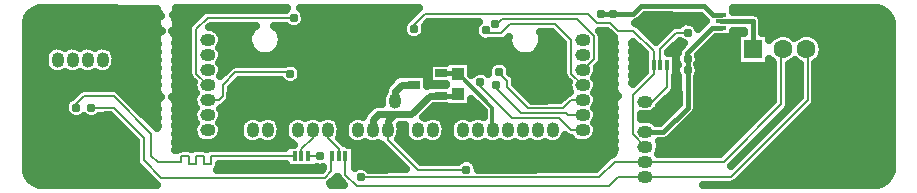
<source format=gbr>
G04 DipTrace 2.4.0.2*
%INBottom.gbr*%
%MOIN*%
%ADD15C,0.0079*%
%ADD16C,0.0157*%
%ADD17C,0.0236*%
%ADD19C,0.0118*%
%ADD20C,0.025*%
%ADD23R,0.0394X0.0433*%
%ADD26C,0.0886*%
%ADD27R,0.063X0.063*%
%ADD28C,0.063*%
%ADD29C,0.1378*%
%ADD33C,0.0492*%
%ADD34C,0.061*%
%ADD36O,0.0512X0.0416*%
%ADD37O,0.0416X0.0512*%
%ADD40R,0.016X0.032*%
%ADD41R,0.032X0.016*%
%ADD45R,0.0413X0.0256*%
%ADD46C,0.031*%
%FSLAX44Y44*%
G04*
G70*
G90*
G75*
G01*
%LNBottom*%
%LPD*%
X16318Y6068D2*
D15*
Y5755D1*
X17318Y4755D1*
X18943D1*
X24912Y7019D2*
X25144D1*
X25630Y7505D1*
Y8255D1*
X18115Y7213D2*
D16*
X18625D1*
X18681Y7269D1*
X16318Y6068D2*
D17*
Y6366D1*
X16546Y6593D1*
X17104D1*
X17723Y7213D1*
X18115D1*
X16546Y6593D2*
X15996D1*
X15820Y6418D1*
Y6070D1*
X15818Y6068D1*
X26318Y8443D2*
D16*
X26312Y8449D1*
Y8656D1*
X27129Y9473D1*
X27443D1*
X26318Y8068D2*
Y8443D1*
Y8068D2*
Y6818D1*
X25505Y6005D1*
X24926D1*
X24912Y6019D1*
X23443Y9943D2*
X23818D1*
X24506D1*
X24756Y10193D1*
X26881D1*
X27162Y9913D1*
X27443D1*
X11318Y6068D2*
D15*
Y6999D1*
X11665Y7346D1*
X11458Y8693D2*
X11661D1*
X11989Y8365D1*
X13371D1*
X14805Y6931D1*
Y6530D1*
Y6081D1*
X14818Y6068D1*
X21693Y8693D2*
Y7548D1*
X21483Y7337D1*
X11665Y7346D2*
X12040D1*
X12818Y6568D1*
Y6526D1*
Y6068D1*
Y6526D2*
X14805Y6530D1*
Y6931D2*
Y8725D1*
X14032Y9498D1*
X21693Y8693D2*
Y8505D1*
X14773D1*
X14032Y9498D1*
X13193Y9818D2*
X10318D1*
X9943Y9443D1*
Y7943D1*
X10318Y7568D1*
X13068Y7943D2*
Y7998D1*
X11248D1*
X10818Y7568D1*
Y7193D1*
X10693Y7068D1*
X10318D1*
X19913Y9622D2*
Y9537D1*
X20138Y9763D1*
X22623D1*
X23193Y9193D1*
Y8443D1*
X22818Y8068D1*
X19610Y9401D2*
Y9300D1*
X20105D1*
X20413Y9608D1*
X21903D1*
X22443Y9068D1*
Y7943D1*
X22818Y7568D1*
X20037Y8008D2*
X20011D1*
X20298Y7721D1*
Y7501D1*
X21005Y6794D1*
X22169D1*
X22443Y7068D1*
X22818D1*
X19922Y7570D2*
Y7464D1*
X20753Y6633D1*
X22253D1*
X22318Y6568D1*
X22818D1*
X19411Y7676D2*
Y7541D1*
X20472Y6479D1*
X22032D1*
X22443Y6068D1*
X22818D1*
X13663Y5193D2*
X14068D1*
X15425Y4493D2*
X23368D1*
X23894Y5019D1*
X24912D1*
X27519D1*
X29443Y6943D1*
Y8709D1*
X29492Y8758D1*
X28508D2*
D16*
Y9693D1*
X27443D1*
X5943Y6818D2*
D15*
Y6943D1*
X6193Y7193D1*
X7193D1*
X8443Y5943D1*
Y5218D1*
X8652Y5009D1*
X9441D1*
Y5193D1*
X9693D1*
Y4943D1*
X9943D1*
Y5193D1*
X10193D1*
Y4943D1*
X10443D1*
Y5193D1*
X13223D1*
X6443Y6818D2*
X7193D1*
X8193Y5818D1*
Y5060D1*
X8773Y4480D1*
X14230D1*
X14443Y4693D1*
Y5163D1*
X14473Y5193D1*
X17193Y9443D2*
Y9568D1*
X17568Y9943D1*
X22994D1*
X23289Y9648D1*
X23749D1*
X24008Y9388D1*
X24498D1*
X25190Y8695D1*
Y8255D1*
Y7940D1*
X24506Y7255D1*
Y5926D1*
X24912Y5519D1*
X18115Y7961D2*
D16*
X18658D1*
X18681Y7938D1*
D19*
X18683D1*
X19808Y6813D1*
Y6078D1*
X19818Y6068D1*
X14913Y5193D2*
D15*
Y4589D1*
X15309Y4193D1*
X23693D1*
X24007Y4507D1*
X24900D1*
X24912Y4519D1*
X27769D1*
X30318Y7068D1*
Y8719D1*
X30279Y8758D1*
X25410Y8255D2*
Y8785D1*
X25944Y9318D1*
X26318D1*
X16564Y7053D2*
D17*
Y7364D1*
X16786Y7587D1*
X17209D1*
X14318Y6068D2*
D15*
Y5818D1*
X14693Y5443D1*
Y5193D1*
X13818Y6068D2*
Y5818D1*
X13443Y5443D1*
Y5193D1*
D46*
X23818Y9943D3*
X23443D3*
X26318Y8443D3*
Y8068D3*
Y9318D3*
X14068Y5193D3*
X15425Y4493D3*
X17193Y9443D3*
X5943Y6818D3*
X6443D3*
X19913Y9622D3*
X19610Y9401D3*
X19411Y7676D3*
X19922Y7570D3*
X20037Y8008D3*
X18943Y4755D3*
X13193Y9818D3*
X13068Y7943D3*
X14032Y9498D3*
X4370Y9882D2*
D20*
X8718D1*
X9190D2*
X9984D1*
X13592D2*
X17109D1*
X24897D2*
X26738D1*
X28772D2*
X33019D1*
X4280Y9633D2*
X8605D1*
X9303D2*
X9734D1*
X13549D2*
X16839D1*
X17655D2*
X19284D1*
X24620D2*
X26081D1*
X26553D2*
X26835D1*
X28834D2*
X33105D1*
X4280Y9384D2*
X8722D1*
X9186D2*
X9656D1*
X10686D2*
X11730D1*
X12725D2*
X16792D1*
X17592D2*
X19206D1*
X24901D2*
X25613D1*
X27854D2*
X28179D1*
X28834D2*
X33105D1*
X4280Y9136D2*
X8609D1*
X9299D2*
X9656D1*
X10819D2*
X11644D1*
X12811D2*
X16945D1*
X17440D2*
X19312D1*
X21491D2*
X21976D1*
X23483D2*
X23831D1*
X25147D2*
X25363D1*
X27245D2*
X27945D1*
X30690D2*
X33105D1*
X4280Y8887D2*
X5214D1*
X5420D2*
X5714D1*
X5920D2*
X6214D1*
X6420D2*
X6714D1*
X6920D2*
X8609D1*
X9299D2*
X9656D1*
X10784D2*
X11679D1*
X12776D2*
X20363D1*
X21456D2*
X22156D1*
X23483D2*
X23835D1*
X25913D2*
X26092D1*
X26999D2*
X27945D1*
X30827D2*
X33105D1*
X4280Y8638D2*
X4898D1*
X7237D2*
X8616D1*
X9291D2*
X9656D1*
X10819D2*
X11866D1*
X12588D2*
X20550D1*
X21268D2*
X22156D1*
X23483D2*
X23839D1*
X24522D2*
X24851D1*
X26749D2*
X27945D1*
X30831D2*
X33105D1*
X4280Y8390D2*
X4859D1*
X7276D2*
X8624D1*
X9284D2*
X9656D1*
X10784D2*
X22156D1*
X23475D2*
X23843D1*
X24518D2*
X24863D1*
X26717D2*
X27945D1*
X30698D2*
X33105D1*
X4280Y8141D2*
X4925D1*
X7213D2*
X8632D1*
X9276D2*
X9656D1*
X10819D2*
X10991D1*
X13416D2*
X17659D1*
X19127D2*
X19656D1*
X20416D2*
X22156D1*
X23319D2*
X23851D1*
X24510D2*
X24863D1*
X26717D2*
X29156D1*
X29733D2*
X30031D1*
X30608D2*
X33105D1*
X4280Y7892D2*
X8624D1*
X9284D2*
X9659D1*
X13467D2*
X16605D1*
X20522D2*
X22159D1*
X23288D2*
X23859D1*
X24502D2*
X24745D1*
X26678D2*
X29156D1*
X29733D2*
X30031D1*
X30608D2*
X33105D1*
X4280Y7644D2*
X8613D1*
X9299D2*
X9820D1*
X11291D2*
X12808D1*
X13327D2*
X16335D1*
X20584D2*
X22320D1*
X23315D2*
X23851D1*
X26647D2*
X29156D1*
X29733D2*
X30031D1*
X30608D2*
X33105D1*
X4280Y7395D2*
X5999D1*
X7389D2*
X8609D1*
X9303D2*
X9847D1*
X11108D2*
X16199D1*
X20803D2*
X22347D1*
X23288D2*
X23843D1*
X25897D2*
X25991D1*
X26647D2*
X29156D1*
X29733D2*
X30031D1*
X30608D2*
X33105D1*
X4280Y7146D2*
X5726D1*
X7639D2*
X8718D1*
X9194D2*
X9820D1*
X11104D2*
X16109D1*
X21049D2*
X22124D1*
X23315D2*
X23898D1*
X25670D2*
X25991D1*
X26647D2*
X29156D1*
X29733D2*
X29999D1*
X30608D2*
X33105D1*
X4280Y6898D2*
X5546D1*
X7885D2*
X8605D1*
X9303D2*
X9847D1*
X10920D2*
X15812D1*
X19127D2*
X19296D1*
X23288D2*
X23835D1*
X25420D2*
X25945D1*
X26647D2*
X28999D1*
X30545D2*
X33105D1*
X4280Y6649D2*
X5577D1*
X8135D2*
X8605D1*
X9303D2*
X9820D1*
X10815D2*
X15542D1*
X17670D2*
X19499D1*
X23315D2*
X23831D1*
X25209D2*
X25695D1*
X26596D2*
X28749D1*
X30295D2*
X33105D1*
X4280Y6400D2*
X7214D1*
X8385D2*
X8609D1*
X9299D2*
X9847D1*
X10788D2*
X11468D1*
X12670D2*
X12968D1*
X14670D2*
X14968D1*
X18170D2*
X18468D1*
X23288D2*
X23831D1*
X25190D2*
X25445D1*
X26354D2*
X28503D1*
X30049D2*
X33105D1*
X4280Y6151D2*
X7460D1*
X9295D2*
X9820D1*
X10815D2*
X11363D1*
X12776D2*
X12863D1*
X14776D2*
X14863D1*
X16776D2*
X16863D1*
X18276D2*
X18363D1*
X23315D2*
X23835D1*
X26104D2*
X28253D1*
X29799D2*
X33105D1*
X4280Y5903D2*
X7710D1*
X9291D2*
X9847D1*
X10791D2*
X11378D1*
X12760D2*
X12878D1*
X14760D2*
X14878D1*
X16760D2*
X16878D1*
X18260D2*
X18378D1*
X23291D2*
X23839D1*
X25858D2*
X28003D1*
X29549D2*
X33105D1*
X4280Y5654D2*
X7906D1*
X9288D2*
X10120D1*
X10518D2*
X11562D1*
X12573D2*
X13062D1*
X14881D2*
X15062D1*
X16819D2*
X17062D1*
X18073D2*
X18562D1*
X22073D2*
X22620D1*
X23018D2*
X23847D1*
X25397D2*
X27757D1*
X29303D2*
X33105D1*
X4280Y5405D2*
X7906D1*
X15241D2*
X16269D1*
X17065D2*
X23851D1*
X25401D2*
X27507D1*
X29053D2*
X33105D1*
X4280Y5157D2*
X7906D1*
X15241D2*
X16519D1*
X17315D2*
X23632D1*
X28803D2*
X33105D1*
X4280Y4908D2*
X7952D1*
X10729D2*
X12894D1*
X15241D2*
X16769D1*
X19315D2*
X23386D1*
X28557D2*
X33105D1*
X4295Y4659D2*
X8195D1*
X28307D2*
X33089D1*
X4432Y4411D2*
X8445D1*
X14557D2*
X14697D1*
X28057D2*
X32956D1*
X21454Y8963D2*
X21413Y8845D1*
X21347Y8739D1*
X21259Y8651D1*
X21153Y8584D1*
X21036Y8542D1*
X20912Y8527D1*
X20788Y8541D1*
X20670Y8581D1*
X20564Y8646D1*
X20475Y8734D1*
X20407Y8839D1*
X20365Y8956D1*
X20349Y9080D1*
X20360Y9184D1*
X20292Y9113D1*
X20183Y9048D1*
X20105Y9036D1*
X19706Y9033D1*
X19582Y9022D1*
X19461Y9052D1*
X19356Y9119D1*
X19279Y9216D1*
X19237Y9333D1*
X19235Y9458D1*
X19274Y9576D1*
X19352Y9678D1*
X17677Y9679D1*
X17553Y9555D1*
X17573Y9443D1*
X17552Y9320D1*
X17493Y9211D1*
X17402Y9126D1*
X17288Y9076D1*
X17164Y9064D1*
X17043Y9094D1*
X16939Y9161D1*
X16861Y9259D1*
X16819Y9376D1*
X16818Y9500D1*
X16856Y9618D1*
X16931Y9718D1*
X17045Y9791D1*
X17379Y10128D1*
X13416Y10126D1*
X13487Y10058D1*
X13549Y9950D1*
X13573Y9818D1*
X13552Y9695D1*
X13493Y9586D1*
X13402Y9501D1*
X13288Y9451D1*
X13164Y9439D1*
X13043Y9469D1*
X12927Y9551D1*
X12533Y9554D1*
X12657Y9445D1*
X12726Y9341D1*
X12770Y9224D1*
X12787Y9087D1*
X12773Y8963D1*
X12732Y8845D1*
X12666Y8739D1*
X12578Y8651D1*
X12472Y8584D1*
X12355Y8542D1*
X12231Y8527D1*
X12107Y8541D1*
X11989Y8581D1*
X11883Y8646D1*
X11794Y8734D1*
X11726Y8839D1*
X11684Y8956D1*
X11668Y9080D1*
X11681Y9204D1*
X11720Y9322D1*
X11785Y9429D1*
X11872Y9518D1*
X11927Y9554D1*
X10423D1*
X10375Y9502D1*
X10451Y9492D1*
X10569Y9450D1*
X10669Y9377D1*
X10744Y9277D1*
X10788Y9161D1*
X10799Y9068D1*
X10781Y8945D1*
X10715Y8817D1*
X10744Y8777D1*
X10788Y8661D1*
X10799Y8568D1*
X10781Y8445D1*
X10715Y8317D1*
X10744Y8277D1*
X10788Y8161D1*
X10799Y8068D1*
X10781Y7945D1*
X10746Y7871D1*
X11061Y8184D1*
X11170Y8250D1*
X11248Y8262D1*
X12861D1*
X12909Y8288D1*
X13029Y8321D1*
X13153Y8313D1*
X13268Y8265D1*
X13362Y8183D1*
X13424Y8075D1*
X13448Y7943D1*
X13427Y7820D1*
X13368Y7711D1*
X13277Y7626D1*
X13163Y7576D1*
X13039Y7564D1*
X12918Y7594D1*
X12814Y7661D1*
X12758Y7731D1*
X11443Y7734D1*
X11353D1*
X11084Y7460D1*
X11082Y7193D1*
X11050Y7070D1*
X11068Y7109D1*
X11005Y7006D1*
X10880Y6881D1*
X10769Y6815D1*
X10744Y6777D1*
X10788Y6661D1*
X10799Y6568D1*
X10781Y6445D1*
X10715Y6317D1*
X10744Y6277D1*
X10788Y6161D1*
X10799Y6068D1*
X10781Y5945D1*
X10728Y5832D1*
X10646Y5738D1*
X10540Y5672D1*
X10420Y5639D1*
X10366Y5635D1*
X10200Y5641D1*
X10081Y5679D1*
X9978Y5749D1*
X9899Y5845D1*
X9851Y5960D1*
X9838Y6084D1*
X9860Y6206D1*
X9919Y6320D1*
X9899Y6345D1*
X9851Y6460D1*
X9838Y6584D1*
X9860Y6706D1*
X9919Y6820D1*
X9899Y6845D1*
X9851Y6960D1*
X9838Y7084D1*
X9860Y7206D1*
X9919Y7320D1*
X9899Y7345D1*
X9851Y7460D1*
X9838Y7584D1*
X9852Y7664D1*
X9756Y7756D1*
X9691Y7865D1*
X9679Y7943D1*
Y9443D1*
X9709Y9566D1*
X9756Y9630D1*
X10131Y10005D1*
X10240Y10070D1*
X10318Y10082D1*
X12923D1*
X12979Y10126D1*
X9275Y10125D1*
X9255Y10025D1*
X9188Y9921D1*
X9152Y9896D1*
X9238Y9792D1*
X9277Y9674D1*
X9279Y9635D1*
X9255Y9513D1*
X9188Y9409D1*
X9127Y9366D1*
X9238Y9246D1*
X9277Y9128D1*
X9279Y9088D1*
X9249Y8957D1*
X9277Y8867D1*
X9279Y8827D1*
X9249Y8696D1*
X9279Y8554D1*
X9249Y8423D1*
X9279Y8281D1*
X9249Y8149D1*
X9279Y8008D1*
X9255Y7886D1*
X9240Y7863D1*
X9277Y7748D1*
X9279Y7709D1*
X9249Y7577D1*
X9279Y7436D1*
X9255Y7314D1*
X9188Y7210D1*
X9133Y7172D1*
X9158Y7154D1*
X9238Y7059D1*
X9277Y6941D1*
X9279Y6902D1*
X9249Y6770D1*
X9279Y6628D1*
X9249Y6497D1*
X9279Y6355D1*
X9249Y6224D1*
X9279Y6082D1*
X9249Y5950D1*
X9277Y5860D1*
X9279Y5820D1*
X9249Y5688D1*
X9279Y5547D1*
X9249Y5415D1*
X9283Y5405D1*
X9398Y5453D1*
X9441Y5457D1*
X9693D1*
X9816Y5425D1*
X9780Y5441D1*
X9943Y5457D1*
X10193D1*
X10316Y5425D1*
X10280Y5441D1*
X10443Y5457D1*
X12916D1*
X12918Y5578D1*
X13213D1*
X13026Y5701D1*
X12947Y5797D1*
X12899Y5912D1*
X12885Y6020D1*
X12889Y6116D1*
X12908Y6254D1*
X12964Y6365D1*
X13050Y6456D1*
X13158Y6518D1*
X13279Y6547D1*
X13403Y6540D1*
X13521Y6498D1*
X13562Y6468D1*
X13658Y6518D1*
X13779Y6547D1*
X13903Y6540D1*
X14021Y6498D1*
X14062Y6468D1*
X14158Y6518D1*
X14279Y6547D1*
X14403Y6540D1*
X14521Y6498D1*
X14621Y6424D1*
X14697Y6325D1*
X14741Y6209D1*
X14751Y6116D1*
X14747Y6020D1*
X14733Y5897D1*
X14695Y5816D1*
X14884Y5624D1*
X14983Y5578D1*
X15218D1*
Y4810D1*
X15266Y4837D1*
X15386Y4870D1*
X15510Y4862D1*
X15625Y4815D1*
X15692Y4756D1*
X16944Y4757D1*
X16127Y5574D1*
X15993Y5624D1*
X15872Y5591D1*
X15748Y5593D1*
X15629Y5631D1*
X15574Y5668D1*
X15493Y5624D1*
X15372Y5591D1*
X15248Y5593D1*
X15129Y5631D1*
X15026Y5701D1*
X14947Y5797D1*
X14899Y5912D1*
X14885Y6020D1*
X14889Y6116D1*
X14908Y6254D1*
X14964Y6365D1*
X15050Y6456D1*
X15158Y6518D1*
X15279Y6547D1*
X15403Y6540D1*
X15488Y6510D1*
X15568Y6648D1*
X15754Y6836D1*
X15856Y6906D1*
X15996Y6936D1*
X16141D1*
X16131Y7101D1*
X16154Y7239D1*
X16223Y7364D1*
X16244Y7487D1*
X16321Y7607D1*
X16544Y7829D1*
X16646Y7900D1*
X16771Y7928D1*
X16778Y7939D1*
X17641D1*
Y7545D1*
X17684Y7565D1*
X18258D1*
X18260Y7605D1*
X17684Y7608D1*
Y8313D1*
X18258D1*
X18260Y8379D1*
X19102D1*
Y7922D1*
X19252Y8021D1*
X19372Y8054D1*
X19496Y8046D1*
X19611Y7999D1*
X19661Y7955D1*
X19662Y8065D1*
X19701Y8184D1*
X19776Y8283D1*
X19879Y8353D1*
X19999Y8386D1*
X20123Y8378D1*
X20238Y8330D1*
X20331Y8248D1*
X20393Y8140D1*
X20417Y8008D1*
X20413Y7981D1*
X20484Y7908D1*
X20550Y7799D1*
X20561Y7721D1*
Y7608D1*
X21117Y7055D1*
X22005Y7058D1*
X22063D1*
X22256Y7255D1*
X22367Y7321D1*
X22399Y7345D1*
X22351Y7460D1*
X22338Y7584D1*
X22352Y7664D1*
X22256Y7756D1*
X22191Y7865D1*
X22179Y7943D1*
Y8963D1*
X21795Y9343D1*
X21407Y9344D1*
X21451Y9224D1*
X21468Y9087D1*
X21454Y8963D1*
X28093Y9298D2*
X28206D1*
X28204Y9387D1*
X27824Y9388D1*
X27828Y9168D1*
X27253D1*
X26672Y8587D1*
X26698Y8443D1*
X26677Y8320D1*
X26646Y8262D1*
X26674Y8200D1*
X26698Y8068D1*
X26677Y7945D1*
X26620Y7839D1*
X26621Y6818D1*
X26594Y6693D1*
X26532Y6603D1*
X25720Y5791D1*
X25612Y5722D1*
X25505Y5702D1*
X25353D1*
X25383Y5612D1*
X25393Y5519D1*
X25375Y5396D1*
X25324Y5287D1*
X26287Y5283D1*
X27409D1*
X29181Y7054D1*
X29179Y8322D1*
X29126Y8362D1*
X29047Y8453D1*
Y8218D1*
X27968D1*
Y9298D1*
X28093D1*
X28808D2*
X29047D1*
Y9067D1*
X29115Y9144D1*
X29213Y9220D1*
X29327Y9272D1*
X29449Y9296D1*
X29574Y9291D1*
X29694Y9258D1*
X29804Y9198D1*
X29882Y9128D1*
X30001Y9220D1*
X30114Y9272D1*
X30237Y9296D1*
X30361Y9291D1*
X30482Y9258D1*
X30591Y9198D1*
X30684Y9115D1*
X30755Y9013D1*
X30801Y8897D1*
X30819Y8758D1*
X30805Y8634D1*
X30762Y8517D1*
X30694Y8412D1*
X30580Y8313D1*
X30582Y7068D1*
X30552Y6945D1*
X30505Y6881D1*
X27956Y4333D1*
X27847Y4267D1*
X27769Y4255D1*
X26822Y4252D1*
X32678D1*
X32824Y4305D1*
X32980Y4410D1*
X33080Y4562D1*
X33132Y4714D1*
X33129Y9671D1*
X33079Y9827D1*
X32976Y9980D1*
X32824Y10080D1*
X32673Y10130D1*
X27830Y10129D1*
X27828Y9994D1*
X28508Y9996D1*
X28629Y9971D1*
X28730Y9899D1*
X28801Y9770D1*
X28811Y9568D1*
Y9298D1*
X29887Y8394D2*
X29816Y8327D1*
X29705Y8262D1*
X29707Y6943D1*
X29677Y6820D1*
X29630Y6756D1*
X27759Y4883D1*
X30055Y7178D1*
X30054Y8267D1*
X29913Y8362D1*
X29885Y8394D1*
X11388Y6112D2*
X11408Y6254D1*
X11464Y6365D1*
X11550Y6456D1*
X11658Y6518D1*
X11779Y6547D1*
X11903Y6540D1*
X12021Y6498D1*
X12062Y6468D1*
X12158Y6518D1*
X12279Y6547D1*
X12403Y6540D1*
X12521Y6498D1*
X12621Y6424D1*
X12697Y6325D1*
X12741Y6209D1*
X12751Y6116D1*
X12747Y6020D1*
X12733Y5897D1*
X12680Y5784D1*
X12598Y5690D1*
X12493Y5624D1*
X12372Y5591D1*
X12248Y5593D1*
X12129Y5631D1*
X12074Y5668D1*
X11993Y5624D1*
X11872Y5591D1*
X11748Y5593D1*
X11629Y5631D1*
X11526Y5701D1*
X11447Y5797D1*
X11399Y5912D1*
X11385Y6020D1*
X11389Y6116D1*
X16725Y6249D2*
X16741Y6209D1*
X16751Y6116D1*
X16747Y6020D1*
X16733Y5897D1*
X16673Y5775D1*
X17430Y5016D1*
X18068Y5019D1*
X18673D1*
X18784Y5100D1*
X18904Y5133D1*
X19028Y5125D1*
X19143Y5078D1*
X19237Y4995D1*
X19299Y4888D1*
X19323Y4756D1*
X23257Y4757D1*
X23708Y5206D1*
X23819Y5272D1*
X23886Y5425D1*
X23856Y5539D1*
X23873Y5662D1*
X23890Y5692D1*
X23856Y5812D1*
X23873Y5935D1*
X23890Y5965D1*
X23856Y6085D1*
X23873Y6208D1*
X23890Y6239D1*
X23856Y6359D1*
X23873Y6482D1*
X23894Y6519D1*
X23856Y6657D1*
X23873Y6781D1*
X23890Y6811D1*
X23856Y6931D1*
X23873Y7054D1*
X23934Y7162D1*
X23998Y7212D1*
X23962Y7245D1*
X23888Y7344D1*
X23856Y7465D1*
X23873Y7588D1*
X23890Y7618D1*
X23856Y7738D1*
X23873Y7861D1*
X23890Y7891D1*
X23856Y8011D1*
X23873Y8134D1*
X23890Y8164D1*
X23856Y8285D1*
X23873Y8408D1*
X23886Y8431D1*
X23856Y8546D1*
X23873Y8669D1*
X23890Y8700D1*
X23856Y8819D1*
X23873Y8942D1*
X23890Y8973D1*
X23856Y9092D1*
X23866Y9166D1*
X23733Y9290D1*
X23637Y9386D1*
X23377Y9384D1*
X23445Y9271D1*
X23457Y9193D1*
Y8443D1*
X23427Y8320D1*
X23380Y8256D1*
X23288Y8161D1*
X23299Y8068D1*
X23281Y7945D1*
X23215Y7817D1*
X23244Y7777D1*
X23288Y7661D1*
X23299Y7568D1*
X23281Y7445D1*
X23215Y7317D1*
X23244Y7277D1*
X23288Y7161D1*
X23299Y7068D1*
X23281Y6945D1*
X23215Y6817D1*
X23244Y6777D1*
X23288Y6661D1*
X23299Y6568D1*
X23281Y6445D1*
X23215Y6317D1*
X23244Y6277D1*
X23288Y6161D1*
X23299Y6068D1*
X23281Y5945D1*
X23228Y5832D1*
X23146Y5738D1*
X23040Y5672D1*
X22920Y5639D1*
X22866Y5635D1*
X22700Y5641D1*
X22581Y5679D1*
X22478Y5749D1*
X22431Y5806D1*
X22320Y5834D1*
X22237Y5901D1*
X22180Y5784D1*
X22098Y5690D1*
X21993Y5624D1*
X21872Y5591D1*
X21748Y5593D1*
X21629Y5631D1*
X21574Y5668D1*
X21493Y5624D1*
X21372Y5591D1*
X21248Y5593D1*
X21129Y5631D1*
X21074Y5668D1*
X20993Y5624D1*
X20872Y5591D1*
X20748Y5593D1*
X20629Y5631D1*
X20574Y5668D1*
X20493Y5624D1*
X20372Y5591D1*
X20248Y5593D1*
X20129Y5631D1*
X20074Y5668D1*
X19993Y5624D1*
X19872Y5591D1*
X19748Y5593D1*
X19629Y5631D1*
X19574Y5668D1*
X19493Y5624D1*
X19372Y5591D1*
X19248Y5593D1*
X19129Y5631D1*
X19074Y5668D1*
X18993Y5624D1*
X18872Y5591D1*
X18748Y5593D1*
X18629Y5631D1*
X18526Y5701D1*
X18447Y5797D1*
X18399Y5912D1*
X18385Y6020D1*
X18389Y6116D1*
X18408Y6254D1*
X18464Y6365D1*
X18550Y6456D1*
X18658Y6518D1*
X18779Y6547D1*
X18903Y6540D1*
X19021Y6498D1*
X19062Y6468D1*
X19158Y6518D1*
X19279Y6547D1*
X19403Y6540D1*
X19524Y6496D1*
X19519Y6701D1*
X19102Y7118D1*
Y6827D1*
X18260D1*
Y6863D1*
X17855Y6860D1*
X17504Y6509D1*
X17562Y6468D1*
X17658Y6518D1*
X17779Y6547D1*
X17903Y6540D1*
X18021Y6498D1*
X18121Y6424D1*
X18197Y6325D1*
X18241Y6209D1*
X18251Y6116D1*
X18247Y6020D1*
X18233Y5897D1*
X18180Y5784D1*
X18098Y5690D1*
X17993Y5624D1*
X17872Y5591D1*
X17748Y5593D1*
X17629Y5631D1*
X17574Y5668D1*
X17493Y5624D1*
X17372Y5591D1*
X17248Y5593D1*
X17129Y5631D1*
X17026Y5701D1*
X16947Y5797D1*
X16899Y5912D1*
X16885Y6020D1*
X16889Y6116D1*
X16907Y6250D1*
X16725Y6251D1*
X13968Y4827D2*
Y4808D1*
X13358Y4812D1*
X13248Y4808D1*
X13138Y4812D1*
X13028Y4808D1*
X12918D1*
Y4929D1*
X10703D1*
X10693Y4859D1*
X10624Y4752D1*
X10648Y4744D1*
X14121D1*
X14179Y4802D1*
X14168Y4808D1*
X14163Y4826D1*
X14039Y4814D1*
X13968Y4832D1*
X24481Y8444D2*
X24475Y8434D1*
X24503Y8344D1*
X24505Y8304D1*
X24475Y8173D1*
X24505Y8031D1*
X24475Y7899D1*
X24505Y7758D1*
X24475Y7626D1*
X24496Y7619D1*
X24886Y8008D1*
Y8627D1*
X24493Y9020D1*
X24475Y8981D1*
X24505Y8839D1*
X24475Y8707D1*
X24505Y8566D1*
X24481Y8444D1*
X25989Y8256D2*
X25944Y8376D1*
X25943Y8500D1*
X25981Y8618D1*
X26007Y8653D1*
X26011Y8691D1*
X26050Y8809D1*
X26186Y8959D1*
X26064Y9036D1*
X26052Y9051D1*
X25675Y8676D1*
X25674Y8640D1*
X25935D1*
Y7871D1*
X25892D1*
X25986Y7884D1*
X25944Y8001D1*
X25943Y8125D1*
X25988Y8253D1*
X26049Y9584D2*
X26159Y9663D1*
X26279Y9696D1*
X26403Y9688D1*
X26518Y9640D1*
X26612Y9558D1*
X26675Y9446D1*
X26918Y9690D1*
X26859Y9787D1*
X26757Y9889D1*
X24885Y9890D1*
X24720Y9728D1*
X24613Y9660D1*
X24581Y9649D1*
X24685Y9575D1*
X25256Y9003D1*
X25757Y9505D1*
X25866Y9570D1*
X25944Y9582D1*
X26049D1*
X6189Y6535D2*
X6152Y6501D1*
X6038Y6451D1*
X5914Y6439D1*
X5793Y6469D1*
X5689Y6536D1*
X5611Y6634D1*
X5569Y6751D1*
X5568Y6875D1*
X5606Y6993D1*
X5681Y7093D1*
X5795Y7166D1*
X6006Y7380D1*
X6115Y7445D1*
X6193Y7457D1*
X7193D1*
X7316Y7427D1*
X7380Y7380D1*
X8634Y6124D1*
X8647Y6185D1*
X8664Y6215D1*
X8630Y6336D1*
X8647Y6459D1*
X8664Y6489D1*
X8630Y6609D1*
X8647Y6732D1*
X8664Y6762D1*
X8630Y6882D1*
X8647Y7005D1*
X8708Y7113D1*
X8772Y7164D1*
X8736Y7196D1*
X8662Y7296D1*
X8630Y7416D1*
X8647Y7539D1*
X8664Y7569D1*
X8630Y7689D1*
X8647Y7812D1*
X8668Y7849D1*
X8630Y7988D1*
X8647Y8111D1*
X8664Y8141D1*
X8630Y8261D1*
X8647Y8385D1*
X8664Y8415D1*
X8630Y8535D1*
X8647Y8658D1*
X8664Y8688D1*
X8630Y8808D1*
X8647Y8931D1*
X8660Y8954D1*
X8630Y9069D1*
X8647Y9192D1*
X8708Y9300D1*
X8784Y9360D1*
X8736Y9395D1*
X8662Y9495D1*
X8630Y9615D1*
X8647Y9738D1*
X8708Y9846D1*
X8760Y9887D1*
X8662Y10007D1*
X8631Y10123D1*
X6068Y10125D1*
X4713Y10124D1*
X4560Y10079D1*
X4406Y9976D1*
X4306Y9824D1*
X4253Y9669D1*
X4256Y4701D1*
X4306Y4560D1*
X4410Y4406D1*
X4562Y4306D1*
X4716Y4254D1*
X8639Y4253D1*
X8498Y4382D1*
X8006Y4874D1*
X7941Y4982D1*
X7929Y5060D1*
Y5713D1*
X7476Y6162D1*
X7081Y6557D1*
X6713Y6554D1*
X6652Y6501D1*
X6538Y6451D1*
X6414Y6439D1*
X6293Y6469D1*
X6192Y6534D1*
X24869Y6591D2*
X24769Y6601D1*
X24770Y6439D1*
X24869Y6448D1*
X24960Y6452D1*
X25046Y6444D1*
X25163Y6402D1*
X25264Y6328D1*
X25280Y6306D1*
X25383Y6309D1*
X26017Y6946D1*
X26015Y7838D1*
X25894Y7755D1*
Y7505D1*
X25864Y7382D1*
X25817Y7319D1*
X25366Y6867D1*
X25323Y6783D1*
X25240Y6690D1*
X25135Y6623D1*
X25015Y6590D1*
X24960Y6587D1*
X24865Y6591D1*
X4888Y8458D2*
X4908Y8600D1*
X4964Y8711D1*
X5050Y8801D1*
X5158Y8864D1*
X5279Y8893D1*
X5403Y8886D1*
X5521Y8844D1*
X5562Y8814D1*
X5658Y8864D1*
X5779Y8893D1*
X5903Y8886D1*
X6021Y8844D1*
X6062Y8814D1*
X6158Y8864D1*
X6279Y8893D1*
X6403Y8886D1*
X6521Y8844D1*
X6562Y8814D1*
X6658Y8864D1*
X6779Y8893D1*
X6903Y8886D1*
X7021Y8844D1*
X7121Y8770D1*
X7197Y8671D1*
X7241Y8554D1*
X7251Y8462D1*
X7247Y8366D1*
X7233Y8243D1*
X7180Y8130D1*
X7098Y8036D1*
X6993Y7970D1*
X6872Y7937D1*
X6748Y7939D1*
X6629Y7977D1*
X6574Y8014D1*
X6493Y7970D1*
X6372Y7937D1*
X6248Y7939D1*
X6129Y7977D1*
X6074Y8014D1*
X5993Y7970D1*
X5872Y7937D1*
X5748Y7939D1*
X5629Y7977D1*
X5574Y8014D1*
X5493Y7970D1*
X5372Y7937D1*
X5248Y7939D1*
X5129Y7977D1*
X5026Y8047D1*
X4947Y8143D1*
X4899Y8258D1*
X4885Y8366D1*
X4889Y8462D1*
X14541Y4418D2*
X14412Y4290D1*
X14447Y4253D1*
X14873D1*
X14726Y4402D1*
X14660Y4513D1*
X14630Y4506D1*
X14541Y4418D1*
D26*
X21483Y7337D3*
X11458Y8693D3*
X11665Y7346D3*
X21693Y8693D3*
D27*
X28508Y8758D3*
D28*
X29492D3*
X30279D3*
X31264D3*
D29*
X27299Y7691D3*
X32472D3*
D33*
X5346Y5568D3*
X7314D3*
D34*
X4952Y4505D3*
X7708D3*
D36*
X10318Y9068D3*
Y8568D3*
Y8068D3*
Y7568D3*
Y7068D3*
Y6568D3*
Y6068D3*
D37*
X11318D3*
X11818D3*
X12318D3*
X12818D3*
X13318D3*
X13818D3*
X14318D3*
X14818D3*
X15318D3*
X15818D3*
X16318D3*
X16818D3*
X17318D3*
X17818D3*
X18318D3*
X18818D3*
X19318D3*
X19818D3*
X20318D3*
X20818D3*
X21318D3*
X21818D3*
D36*
X22818D3*
Y6568D3*
Y7068D3*
Y7568D3*
Y8068D3*
Y8568D3*
Y9068D3*
D40*
X13663Y5193D3*
X13443D3*
X13223D3*
X14473D3*
X14693D3*
X14913D3*
D41*
X27443Y9473D3*
Y9693D3*
Y9913D3*
D36*
X24912Y7019D3*
Y6519D3*
Y6019D3*
Y5519D3*
Y5019D3*
Y4519D3*
D37*
X5318Y8414D3*
X5818D3*
X6318D3*
X6818D3*
X7318D3*
D40*
X25630Y8255D3*
X25410D3*
X25190D3*
D37*
X16564Y7053D3*
D45*
X18115Y7961D3*
Y7213D3*
X17209Y7587D3*
D23*
X18681Y7938D3*
Y7269D3*
M02*

</source>
